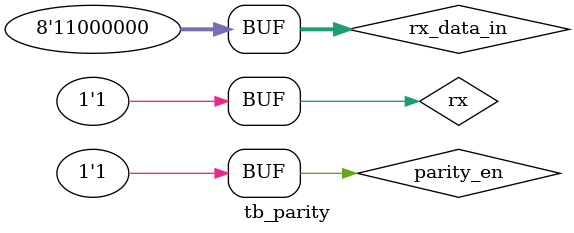
<source format=v>
`timescale 1ns/1ns

/*
 * Simple 8-bit UART realization.
 * Combine receiver, transmitter and baud rate generator.
 * Able to operate 8 bits of serial data, one start bit, one stop bit.
 */
 
module Uart#(
    parameter CLOCK_RATE = 100000000, // board internal clock
    parameter BAUD_RATE = 9600
)(
    input wire clk,
    input wire[31:0] pAdd,      //Is not used
    input wire[31:0] pwData,
    input wire rst_n,
    input wire pwr,
    input wire[1:0] psel,       //If psel == 2'b10 then UART is choose
    input wire pen,
    input wire rxd,
    output wire[31:0] prdata,
    output wire pready,
    output reg txd
);
wire txStart, rxStart, rxDone, txDone, tx_data_out, busy;
wire [7:0] txData, rxData;


// remaining busy, err, parity_err, parity_en
Receiver rxInst (.clk(clk), .rxStart(pen), .done(rxDone), .out(rxData), .in(rxd)); 

//remaining busy
/*transmitter txInst (.tx_clk(clk), .rst_n(rst_n), .tx_start(txStart), .tx_enable(pen), .tx_data_in(txData),
                   .done(txDone), .busy(busy), .tx_data_out(tx_data_out));*/

APB_interface apb_interface(.pAdd(pAdd), .pwData(pwData), .psel(psel), .pen(pen), .pwr(pwr), .rst_n(rst_n),
                            .clk(clk), .prdata(prdata), .pready(pready), .txStart(txStart), .txData(txData),
                            .rxData(rxData), .txDone(txDone), .rxDone(rxDone), .rxStart(rxStart));
endmodule






module tb_Uart();

reg clk, rst_n, pwr, pen, pready, rxd;
reg [1:0] psel;
reg [31:0] pwData, pAdd;
wire prdata, txd;

//Test transmitter
Uart uart(.clk(clk), .pwData(pwData), .pAdd(pAdd), .rst_n(rst_n), .pwr(pwr), .psel(psel), .pen(pen),
          .prdata(prdata), .pready(pready), .rxd(rxd), .txd(txd));

always #1 clk = ~clk;

initial begin
  clk <= 0; pwData <= 0; pAdd <= 0; rst_n <= 0; pwr <= 0; psel <= 2'b00; pen <= 0; 
  #3 pAdd <= 32'd15; pwr <= 1; psel <= 2'b10; rst_n = 1; pen <= 1;
  #2 rxd <= 0; 
  #150 rxd = 1;
end
endmodule







module APB_interface
(
  input wire [31:0] pAdd,    //Is not used
  input wire [31:0] pwData,      
  input wire [1:0] psel,       //if psel == 10 -> choose UART
  input wire pen,
  input wire pwr,             //if pwr == 1 -> enable TX, else enable RX
  input wire rst_n,         
  input wire clk,  
  input wire [7:0] rxData,
  input wire rxDone,           //Indication that receiver received 8 bits
  input wire txDone,           //Indication that transmitter sent 8 bits
  output reg rxStart,    
  output reg txStart,     
  output reg[7:0] txData,   
  output reg[31:0] prdata,
  output reg pready
);

reg [31:0]fifo;    
reg [1:0]count4;       //Indicates that the TX module has read the four bytes from fifo
reg[2:0] state;
reg[2:0] next_state;

localparam [2:0] IDLE            =       3'b000,
                 READY           =       3'b001,
                 FIFO_WRITE      =       3'b010,
                 CHECK_FIFO      =       3'b011,
                 TRANSFER        =       3'b100,
                 RECEIVE         =       3'b101,
                 STORE           =       3'b110,
                 BUS_READ        =       3'b111;





always @(posedge clk or ~rst_n) begin
  if(~rst_n)
    state = IDLE;
  else
    state = next_state;
end


always@(state)begin
  case(state)
    IDLE: begin
      if(psel == 2'b10)      // The Processor wants UART 
        next_state = READY;
    end

    READY: begin    
      if(pwr)       //Write operation -> enable transmitter module
        next_state = CHECK_FIFO;
      else if(~pwr) //Read operation -> enable Receiver module
        next_state = RECEIVE;
    end

    FIFO_WRITE: 
      next_state = CHECK_FIFO;

    CHECK_FIFO: begin
      if(&count4) begin   //if count4 == 2'b11
        next_state <= IDLE;
        count4 <= 0;
      end
      else 
      next_state = TRANSFER;
    end
      

    TRANSFER: begin
      if(txDone)    //Transmitter sent the data 8 bits 
        next_state = CHECK_FIFO;
    end


    RECEIVE: begin
      if(rxDone)     //Receiver received the data 8 bits
        next_state = STORE;
    end


    STORE: begin
      if(&count4)
        next_state = BUS_READ;
      else
        next_state = RECEIVE;
    end

    BUS_READ: begin
      if(pready)
        next_state = IDLE;
    end

  endcase
end


always@(state) begin
  case(state)
    IDLE: begin
      txStart <= 0;
      rxStart <= 0;
      txData <= 0;
      prdata <= 0;
      fifo <= 0;
      pready <= 0;
    end


    READY: begin
      txStart <= 0;
      rxStart <= 0;
      txData <= 0;
      prdata <= 0;
      fifo <= 0;
      pready <= 1;
    end

    FIFO_WRITE: begin
      pready <= 0;
      if(pen) fifo <= pwData;

    end


    CHECK_FIFO: begin
      txStart <= 0;
      txData <= fifo[7:0];
      fifo <= fifo >> 8;
      count4 <= count4 + 2'b01;
    end


    TRANSFER: begin
      txStart <= 1;
    end


    RECEIVE: begin
      pready <= 0;
      rxStart <= 1;
    end


    STORE: begin
      rxStart <= 0;
      fifo[7:0] <= rxData;
      fifo <= fifo << 8;
      count4 <= count4 + 2'b01;
    end

    BUS_READ: begin
      prdata <= fifo;
      pready <= 1;        // Receiver tells the APB bus that the data you want is available now on the bus
    end
  endcase
end
endmodule






/*
 * 8-bit UART Receiver.
 * Able to receive 8 bits of serial data, one start bit, one stop bit.
 * When receive is complete {done} is driven high for one clock cycle.
 * Output data should be taken away by a few clocks or can be lost.
 * When receive is in progress {busy} is driven high.
 * Clock should be decreased to baud rate.
 */
module Receiver (
    input  wire       clk,  // baud rate
    input  wire       rxStart,
    input  wire       in,   // rx
    input  wire       parity_err,
    output reg        parity_en,
    output reg  [7:0] out,  // received data
    output reg        done, // end on transaction
    output reg        busy, // transaction is in process
    output reg        err   // error while receiving data
);

    // states of state machine
    localparam [2:0] RESET         =      3'b000,
                     IDLE          =      3'b001,
                     DATA_BITS     =      3'b010,
                     PARITY        =      3'b011,
                     STOP_BIT      =      3'b100;
    

    reg [2:0] state;
    reg [2:0] bitIdx = 3'b0; // for 8-bit data
    reg [1:0] inputSw = 2'b0; // shift reg for input signal state
    reg [3:0] clockCount = 4'b0; // count clocks for 16x oversample
    reg [7:0] receivedData = 8'b0; // temporary storage for input data



    always @(posedge clk) begin
        inputSw = { inputSw[0], in };

        if (!rxStart) begin
            state = RESET;
        end

        case (state)
            RESET: begin
                out <= 8'b0;
                err <= 1'b0;
                done <= 1'b0;
                busy <= 1'b0;
                bitIdx <= 3'b0;
                clockCount <= 4'b0;
                receivedData <= 8'b0;
                if (rxStart) begin
                    state <= IDLE;
                end
            end

            IDLE: begin
                done <= 1'b0;
                if (clockCount >= 4'b0111) begin
                    state <= DATA_BITS;
                    out <= 8'b0;
                    bitIdx <= 3'b0;
                    clockCount <= 4'b0;
                    receivedData <= 8'b0;
                    busy <= 1'b1;
                    err <= 1'b0;
                end else if (!(&inputSw) || |clockCount) begin
                    // Check bit to make sure it's still low
                    if (&inputSw) begin
                        err <= 1'b1;
                        state <= RESET;
                    end
                    clockCount <= clockCount + 4'b1;
                end
            end

            // Wait 8 full cycles to receive serial data
            DATA_BITS: begin
                if (&clockCount) begin // save one bit of received data
                    clockCount <= 4'b0;
                    // TODO: check the most popular value
                    receivedData[bitIdx] <= inputSw[0];
                    if (&bitIdx) begin
                        bitIdx <= 3'b0;
                        state <= PARITY;
                    end else begin
                        bitIdx <= bitIdx + 3'b1;
                    end
                end else begin
                    clockCount <= clockCount + 4'b1;
                end
            end
  
            PARITY: begin
              if(&clockCount) begin
                clockCount <= 0;
                parity_en <= 1;
                out <= receivedData;  //To send the data to parity checker module
                if(~parity_err)
                  state <= STOP_BIT;
                else
                  state <= RESET;
              end
            else
              clockCount <= clockCount + 4'b1;
            end
            

            /*
            * Baud clock may not be running at exactly the same rate as the
            * transmitter. Next start bit is allowed on at least half of stop bit.
            */
            STOP_BIT: begin
                if (&clockCount || (clockCount >= 4'h8 && !(|inputSw))) begin
                    state <= IDLE;
                    done <= 1'b1;
                    busy <= 1'b0;
                    out <= receivedData;
                    clockCount <= 4'b0;
                end else begin
                    clockCount <= clockCount + 1;
                    // Check bit to make sure it's still high
                    if (!(|inputSw)) begin
                        err <= 1'b1;
                        state <= RESET;
                    end
                end
            end
            default: state <= IDLE;
        endcase
    end
endmodule





module tb_receiver();
  reg clk, rxStart, in;
  wire parity_en;
  wire parity_err;
  wire done, busy, err;
  wire [7:0]out;
  Receiver receiver(.parity_en(parity_en), .clk(clk), .rxStart(rxStart), .in(in), .parity_err(parity_err), .out(out), .busy(busy), .err(err), .done(done));
  PARITY_CHECK parity_check(.parity_en(parity_en), .rx(in), .rx_data_in(out), .parity_err(parity_err));
  always #1 clk = ~clk;
  
  initial begin
    clk <= 0; rxStart <= 1; in <= 0;
    #3 in = 0; 
    #2 rxStart = 1;
    #32 in = 1;
    #32 in = 0;
    #32 in = 1;
    #32 in = 0; 
    #32 in = 1;
    #32 in = 0;
    #32 in = 1;
    #32 in = 1;
    #32 in = 0;   // Parity bit (Parity error)
    #32 in = 1;   //stop bit                   
  end
endmodule






module PARITY_CHECK(parity_err, parity_en, rx, rx_data_in);
  input[7:0] rx_data_in;
  input wire rx, parity_en;
  output reg parity_err;
  
  always@(*) begin    //if any of the upper signals changed
    if(parity_en) begin
      if(rx == (^rx_data_in)) begin   //Even Parity check
        parity_err <= 0;
      end
    else begin
      parity_err <= 1;
    end
  end
    else
      parity_err <= 0;
  end
endmodule


module tb_parity();
  reg rx, parity_en;
  reg[7:0] rx_data_in;
  PARITY_CHECK parity_check(.parity_en(parity_en), .rx(rx), .rx_data_in(rx_data_in));
  initial begin
    parity_en = 0; rx = 0; rx_data_in = 8'b00000000;
    #2  parity_en <= 1; rx <= 1; rx_data_in <= 8'b11110000;   //There is parity error    
    #2  parity_en = 0;
    #2  parity_en <= 1; rx_data_in <= 8'b11000000;             //There is no parity error
  end
endmodule


</source>
